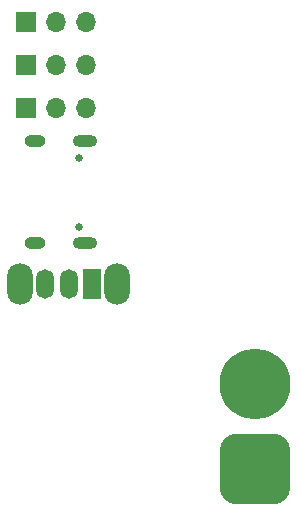
<source format=gbr>
%TF.GenerationSoftware,KiCad,Pcbnew,8.0.5*%
%TF.CreationDate,2024-10-08T22:01:26+02:00*%
%TF.ProjectId,ESP32_Controller,45535033-325f-4436-9f6e-74726f6c6c65,rev?*%
%TF.SameCoordinates,Original*%
%TF.FileFunction,Soldermask,Bot*%
%TF.FilePolarity,Negative*%
%FSLAX46Y46*%
G04 Gerber Fmt 4.6, Leading zero omitted, Abs format (unit mm)*
G04 Created by KiCad (PCBNEW 8.0.5) date 2024-10-08 22:01:26*
%MOMM*%
%LPD*%
G01*
G04 APERTURE LIST*
G04 Aperture macros list*
%AMRoundRect*
0 Rectangle with rounded corners*
0 $1 Rounding radius*
0 $2 $3 $4 $5 $6 $7 $8 $9 X,Y pos of 4 corners*
0 Add a 4 corners polygon primitive as box body*
4,1,4,$2,$3,$4,$5,$6,$7,$8,$9,$2,$3,0*
0 Add four circle primitives for the rounded corners*
1,1,$1+$1,$2,$3*
1,1,$1+$1,$4,$5*
1,1,$1+$1,$6,$7*
1,1,$1+$1,$8,$9*
0 Add four rect primitives between the rounded corners*
20,1,$1+$1,$2,$3,$4,$5,0*
20,1,$1+$1,$4,$5,$6,$7,0*
20,1,$1+$1,$6,$7,$8,$9,0*
20,1,$1+$1,$8,$9,$2,$3,0*%
G04 Aperture macros list end*
%ADD10O,2.200000X3.500000*%
%ADD11R,1.500000X2.500000*%
%ADD12O,1.500000X2.500000*%
%ADD13R,1.700000X1.700000*%
%ADD14O,1.700000X1.700000*%
%ADD15C,6.000000*%
%ADD16RoundRect,1.500000X1.500000X-1.500000X1.500000X1.500000X-1.500000X1.500000X-1.500000X-1.500000X0*%
%ADD17C,0.650000*%
%ADD18O,2.100000X1.000000*%
%ADD19O,1.800000X1.000000*%
G04 APERTURE END LIST*
D10*
%TO.C,SW1*%
X85800000Y-95822500D03*
X77600000Y-95822500D03*
D11*
X83700000Y-95822500D03*
D12*
X81700000Y-95822500D03*
X79700000Y-95822500D03*
%TD*%
D13*
%TO.C,J5*%
X78120000Y-80970000D03*
D14*
X80660000Y-80970000D03*
X83199999Y-80970000D03*
%TD*%
D13*
%TO.C,J4*%
X78119999Y-77330001D03*
D14*
X80659999Y-77330001D03*
X83199998Y-77330001D03*
%TD*%
%TO.C,J3*%
X83190000Y-73690000D03*
X80650001Y-73690000D03*
D13*
X78110001Y-73690000D03*
%TD*%
D15*
%TO.C,J2*%
X97530000Y-104340000D03*
D16*
X97530000Y-111540000D03*
%TD*%
D17*
%TO.C,J1*%
X82580000Y-85210000D03*
X82580000Y-90990000D03*
D18*
X83080000Y-83780000D03*
D19*
X78900000Y-83780000D03*
D18*
X83080000Y-92420000D03*
D19*
X78900000Y-92420000D03*
%TD*%
M02*

</source>
